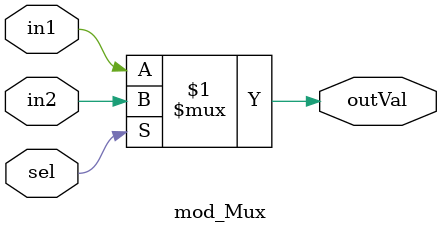
<source format=v>
`timescale 1ns / 1ps
module mod_Mux(in1,in2,outVal,sel);
    input in1;
	 input in2;
	 output outVal;
	 input sel;
	 wire outVal = sel ? in2 : in1;
endmodule

</source>
